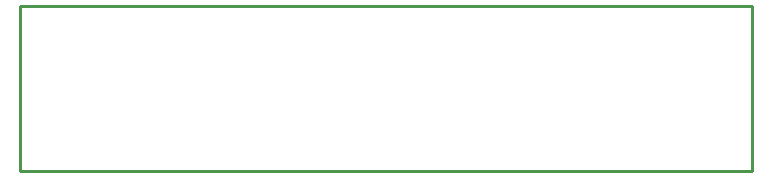
<source format=gko>
G04 Layer: BoardOutlineLayer*
G04 EasyEDA v6.5.1, 2022-03-31 19:18:02*
G04 fb237d5051ec4c31b6b5e7a524a6c443,10*
G04 Gerber Generator version 0.2*
G04 Scale: 100 percent, Rotated: No, Reflected: No *
G04 Dimensions in millimeters *
G04 leading zeros omitted , absolute positions ,4 integer and 5 decimal *
%FSLAX45Y45*%
%MOMM*%

%ADD10C,0.2540*%
D10*
X6000005Y-1400002D02*
G01*
X-199999Y-1400002D01*
X-199999Y0D02*
G01*
X6000005Y0D01*
X-199999Y-1400002D02*
G01*
X-199999Y0D01*
X6000005Y0D02*
G01*
X6000005Y-1400002D01*

%LPD*%
M02*

</source>
